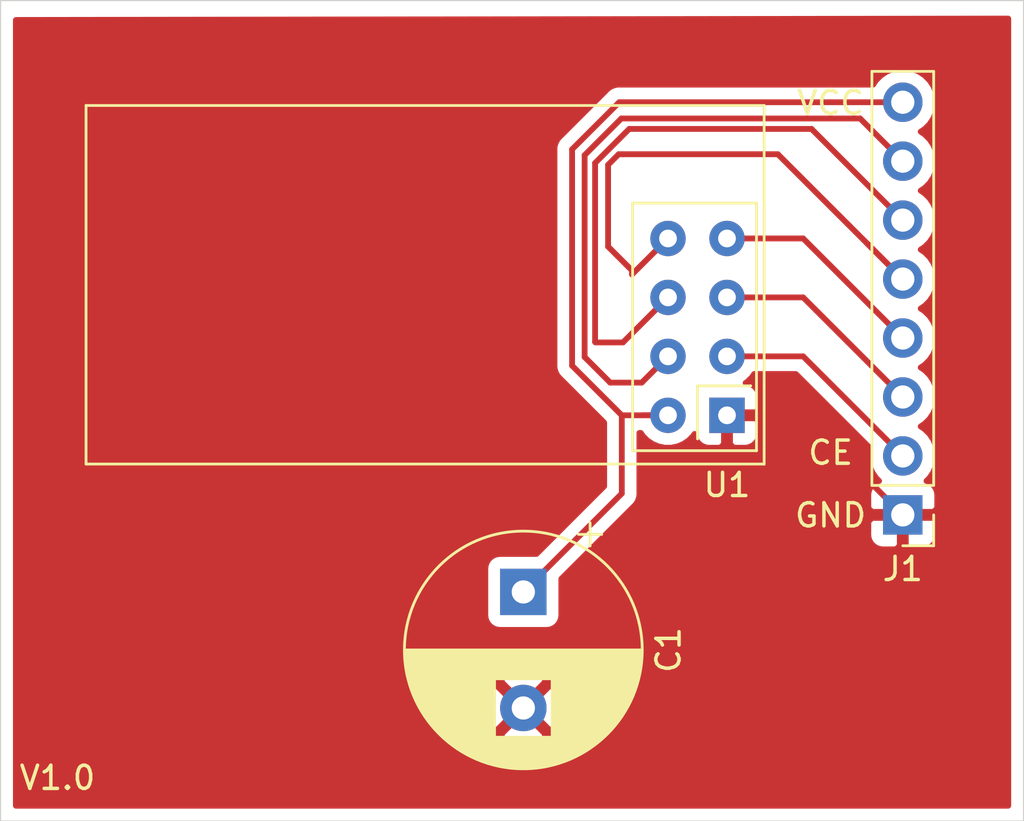
<source format=kicad_pcb>
(kicad_pcb (version 20171130) (host pcbnew 5.1.9+dfsg1-1)

  (general
    (thickness 1.6)
    (drawings 8)
    (tracks 41)
    (zones 0)
    (modules 3)
    (nets 9)
  )

  (page A4)
  (title_block
    (title "NRF24 Breakout")
  )

  (layers
    (0 F.Cu signal)
    (31 B.Cu signal)
    (32 B.Adhes user)
    (33 F.Adhes user)
    (34 B.Paste user)
    (35 F.Paste user)
    (36 B.SilkS user)
    (37 F.SilkS user)
    (38 B.Mask user)
    (39 F.Mask user)
    (40 Dwgs.User user)
    (41 Cmts.User user)
    (42 Eco1.User user)
    (43 Eco2.User user)
    (44 Edge.Cuts user)
    (45 Margin user)
    (46 B.CrtYd user)
    (47 F.CrtYd user)
    (48 B.Fab user)
    (49 F.Fab user)
  )

  (setup
    (last_trace_width 0.25)
    (trace_clearance 0.2)
    (zone_clearance 0.508)
    (zone_45_only no)
    (trace_min 0.2)
    (via_size 0.8)
    (via_drill 0.4)
    (via_min_size 0.4)
    (via_min_drill 0.3)
    (uvia_size 0.3)
    (uvia_drill 0.1)
    (uvias_allowed no)
    (uvia_min_size 0.2)
    (uvia_min_drill 0.1)
    (edge_width 0.05)
    (segment_width 0.2)
    (pcb_text_width 0.3)
    (pcb_text_size 1.5 1.5)
    (mod_edge_width 0.12)
    (mod_text_size 1 1)
    (mod_text_width 0.15)
    (pad_size 1.524 1.524)
    (pad_drill 0.762)
    (pad_to_mask_clearance 0)
    (aux_axis_origin 0 0)
    (visible_elements FFFFFF7F)
    (pcbplotparams
      (layerselection 0x010fc_ffffffff)
      (usegerberextensions false)
      (usegerberattributes true)
      (usegerberadvancedattributes true)
      (creategerberjobfile true)
      (excludeedgelayer true)
      (linewidth 0.100000)
      (plotframeref false)
      (viasonmask false)
      (mode 1)
      (useauxorigin false)
      (hpglpennumber 1)
      (hpglpenspeed 20)
      (hpglpendiameter 15.000000)
      (psnegative false)
      (psa4output false)
      (plotreference true)
      (plotvalue true)
      (plotinvisibletext false)
      (padsonsilk false)
      (subtractmaskfromsilk false)
      (outputformat 1)
      (mirror false)
      (drillshape 1)
      (scaleselection 1)
      (outputdirectory ""))
  )

  (net 0 "")
  (net 1 "Net-(J1-Pad7)")
  (net 2 "Net-(J1-Pad6)")
  (net 3 "Net-(J1-Pad5)")
  (net 4 "Net-(J1-Pad4)")
  (net 5 "Net-(J1-Pad3)")
  (net 6 "Net-(J1-Pad2)")
  (net 7 GND)
  (net 8 VCC)

  (net_class Default "This is the default net class."
    (clearance 0.2)
    (trace_width 0.25)
    (via_dia 0.8)
    (via_drill 0.4)
    (uvia_dia 0.3)
    (uvia_drill 0.1)
    (add_net GND)
    (add_net "Net-(J1-Pad2)")
    (add_net "Net-(J1-Pad3)")
    (add_net "Net-(J1-Pad4)")
    (add_net "Net-(J1-Pad5)")
    (add_net "Net-(J1-Pad6)")
    (add_net "Net-(J1-Pad7)")
    (add_net VCC)
  )

  (module Capacitor_THT:CP_Radial_D10.0mm_P5.00mm (layer F.Cu) (tedit 5AE50EF1) (tstamp 614E9ABD)
    (at 157.45 106.73 270)
    (descr "CP, Radial series, Radial, pin pitch=5.00mm, , diameter=10mm, Electrolytic Capacitor")
    (tags "CP Radial series Radial pin pitch 5.00mm  diameter 10mm Electrolytic Capacitor")
    (path /614F575A)
    (fp_text reference C1 (at 2.5 -6.25 90) (layer F.SilkS)
      (effects (font (size 1 1) (thickness 0.15)))
    )
    (fp_text value CP1 (at 2.5 6.25 90) (layer F.Fab)
      (effects (font (size 1 1) (thickness 0.15)))
    )
    (fp_circle (center 2.5 0) (end 7.5 0) (layer F.Fab) (width 0.1))
    (fp_circle (center 2.5 0) (end 7.62 0) (layer F.SilkS) (width 0.12))
    (fp_circle (center 2.5 0) (end 7.75 0) (layer F.CrtYd) (width 0.05))
    (fp_line (start -1.788861 -2.1875) (end -0.788861 -2.1875) (layer F.Fab) (width 0.1))
    (fp_line (start -1.288861 -2.6875) (end -1.288861 -1.6875) (layer F.Fab) (width 0.1))
    (fp_line (start 2.5 -5.08) (end 2.5 5.08) (layer F.SilkS) (width 0.12))
    (fp_line (start 2.54 -5.08) (end 2.54 5.08) (layer F.SilkS) (width 0.12))
    (fp_line (start 2.58 -5.08) (end 2.58 5.08) (layer F.SilkS) (width 0.12))
    (fp_line (start 2.62 -5.079) (end 2.62 5.079) (layer F.SilkS) (width 0.12))
    (fp_line (start 2.66 -5.078) (end 2.66 5.078) (layer F.SilkS) (width 0.12))
    (fp_line (start 2.7 -5.077) (end 2.7 5.077) (layer F.SilkS) (width 0.12))
    (fp_line (start 2.74 -5.075) (end 2.74 5.075) (layer F.SilkS) (width 0.12))
    (fp_line (start 2.78 -5.073) (end 2.78 5.073) (layer F.SilkS) (width 0.12))
    (fp_line (start 2.82 -5.07) (end 2.82 5.07) (layer F.SilkS) (width 0.12))
    (fp_line (start 2.86 -5.068) (end 2.86 5.068) (layer F.SilkS) (width 0.12))
    (fp_line (start 2.9 -5.065) (end 2.9 5.065) (layer F.SilkS) (width 0.12))
    (fp_line (start 2.94 -5.062) (end 2.94 5.062) (layer F.SilkS) (width 0.12))
    (fp_line (start 2.98 -5.058) (end 2.98 5.058) (layer F.SilkS) (width 0.12))
    (fp_line (start 3.02 -5.054) (end 3.02 5.054) (layer F.SilkS) (width 0.12))
    (fp_line (start 3.06 -5.05) (end 3.06 5.05) (layer F.SilkS) (width 0.12))
    (fp_line (start 3.1 -5.045) (end 3.1 5.045) (layer F.SilkS) (width 0.12))
    (fp_line (start 3.14 -5.04) (end 3.14 5.04) (layer F.SilkS) (width 0.12))
    (fp_line (start 3.18 -5.035) (end 3.18 5.035) (layer F.SilkS) (width 0.12))
    (fp_line (start 3.221 -5.03) (end 3.221 5.03) (layer F.SilkS) (width 0.12))
    (fp_line (start 3.261 -5.024) (end 3.261 5.024) (layer F.SilkS) (width 0.12))
    (fp_line (start 3.301 -5.018) (end 3.301 5.018) (layer F.SilkS) (width 0.12))
    (fp_line (start 3.341 -5.011) (end 3.341 5.011) (layer F.SilkS) (width 0.12))
    (fp_line (start 3.381 -5.004) (end 3.381 5.004) (layer F.SilkS) (width 0.12))
    (fp_line (start 3.421 -4.997) (end 3.421 4.997) (layer F.SilkS) (width 0.12))
    (fp_line (start 3.461 -4.99) (end 3.461 4.99) (layer F.SilkS) (width 0.12))
    (fp_line (start 3.501 -4.982) (end 3.501 4.982) (layer F.SilkS) (width 0.12))
    (fp_line (start 3.541 -4.974) (end 3.541 4.974) (layer F.SilkS) (width 0.12))
    (fp_line (start 3.581 -4.965) (end 3.581 4.965) (layer F.SilkS) (width 0.12))
    (fp_line (start 3.621 -4.956) (end 3.621 4.956) (layer F.SilkS) (width 0.12))
    (fp_line (start 3.661 -4.947) (end 3.661 4.947) (layer F.SilkS) (width 0.12))
    (fp_line (start 3.701 -4.938) (end 3.701 4.938) (layer F.SilkS) (width 0.12))
    (fp_line (start 3.741 -4.928) (end 3.741 4.928) (layer F.SilkS) (width 0.12))
    (fp_line (start 3.781 -4.918) (end 3.781 -1.241) (layer F.SilkS) (width 0.12))
    (fp_line (start 3.781 1.241) (end 3.781 4.918) (layer F.SilkS) (width 0.12))
    (fp_line (start 3.821 -4.907) (end 3.821 -1.241) (layer F.SilkS) (width 0.12))
    (fp_line (start 3.821 1.241) (end 3.821 4.907) (layer F.SilkS) (width 0.12))
    (fp_line (start 3.861 -4.897) (end 3.861 -1.241) (layer F.SilkS) (width 0.12))
    (fp_line (start 3.861 1.241) (end 3.861 4.897) (layer F.SilkS) (width 0.12))
    (fp_line (start 3.901 -4.885) (end 3.901 -1.241) (layer F.SilkS) (width 0.12))
    (fp_line (start 3.901 1.241) (end 3.901 4.885) (layer F.SilkS) (width 0.12))
    (fp_line (start 3.941 -4.874) (end 3.941 -1.241) (layer F.SilkS) (width 0.12))
    (fp_line (start 3.941 1.241) (end 3.941 4.874) (layer F.SilkS) (width 0.12))
    (fp_line (start 3.981 -4.862) (end 3.981 -1.241) (layer F.SilkS) (width 0.12))
    (fp_line (start 3.981 1.241) (end 3.981 4.862) (layer F.SilkS) (width 0.12))
    (fp_line (start 4.021 -4.85) (end 4.021 -1.241) (layer F.SilkS) (width 0.12))
    (fp_line (start 4.021 1.241) (end 4.021 4.85) (layer F.SilkS) (width 0.12))
    (fp_line (start 4.061 -4.837) (end 4.061 -1.241) (layer F.SilkS) (width 0.12))
    (fp_line (start 4.061 1.241) (end 4.061 4.837) (layer F.SilkS) (width 0.12))
    (fp_line (start 4.101 -4.824) (end 4.101 -1.241) (layer F.SilkS) (width 0.12))
    (fp_line (start 4.101 1.241) (end 4.101 4.824) (layer F.SilkS) (width 0.12))
    (fp_line (start 4.141 -4.811) (end 4.141 -1.241) (layer F.SilkS) (width 0.12))
    (fp_line (start 4.141 1.241) (end 4.141 4.811) (layer F.SilkS) (width 0.12))
    (fp_line (start 4.181 -4.797) (end 4.181 -1.241) (layer F.SilkS) (width 0.12))
    (fp_line (start 4.181 1.241) (end 4.181 4.797) (layer F.SilkS) (width 0.12))
    (fp_line (start 4.221 -4.783) (end 4.221 -1.241) (layer F.SilkS) (width 0.12))
    (fp_line (start 4.221 1.241) (end 4.221 4.783) (layer F.SilkS) (width 0.12))
    (fp_line (start 4.261 -4.768) (end 4.261 -1.241) (layer F.SilkS) (width 0.12))
    (fp_line (start 4.261 1.241) (end 4.261 4.768) (layer F.SilkS) (width 0.12))
    (fp_line (start 4.301 -4.754) (end 4.301 -1.241) (layer F.SilkS) (width 0.12))
    (fp_line (start 4.301 1.241) (end 4.301 4.754) (layer F.SilkS) (width 0.12))
    (fp_line (start 4.341 -4.738) (end 4.341 -1.241) (layer F.SilkS) (width 0.12))
    (fp_line (start 4.341 1.241) (end 4.341 4.738) (layer F.SilkS) (width 0.12))
    (fp_line (start 4.381 -4.723) (end 4.381 -1.241) (layer F.SilkS) (width 0.12))
    (fp_line (start 4.381 1.241) (end 4.381 4.723) (layer F.SilkS) (width 0.12))
    (fp_line (start 4.421 -4.707) (end 4.421 -1.241) (layer F.SilkS) (width 0.12))
    (fp_line (start 4.421 1.241) (end 4.421 4.707) (layer F.SilkS) (width 0.12))
    (fp_line (start 4.461 -4.69) (end 4.461 -1.241) (layer F.SilkS) (width 0.12))
    (fp_line (start 4.461 1.241) (end 4.461 4.69) (layer F.SilkS) (width 0.12))
    (fp_line (start 4.501 -4.674) (end 4.501 -1.241) (layer F.SilkS) (width 0.12))
    (fp_line (start 4.501 1.241) (end 4.501 4.674) (layer F.SilkS) (width 0.12))
    (fp_line (start 4.541 -4.657) (end 4.541 -1.241) (layer F.SilkS) (width 0.12))
    (fp_line (start 4.541 1.241) (end 4.541 4.657) (layer F.SilkS) (width 0.12))
    (fp_line (start 4.581 -4.639) (end 4.581 -1.241) (layer F.SilkS) (width 0.12))
    (fp_line (start 4.581 1.241) (end 4.581 4.639) (layer F.SilkS) (width 0.12))
    (fp_line (start 4.621 -4.621) (end 4.621 -1.241) (layer F.SilkS) (width 0.12))
    (fp_line (start 4.621 1.241) (end 4.621 4.621) (layer F.SilkS) (width 0.12))
    (fp_line (start 4.661 -4.603) (end 4.661 -1.241) (layer F.SilkS) (width 0.12))
    (fp_line (start 4.661 1.241) (end 4.661 4.603) (layer F.SilkS) (width 0.12))
    (fp_line (start 4.701 -4.584) (end 4.701 -1.241) (layer F.SilkS) (width 0.12))
    (fp_line (start 4.701 1.241) (end 4.701 4.584) (layer F.SilkS) (width 0.12))
    (fp_line (start 4.741 -4.564) (end 4.741 -1.241) (layer F.SilkS) (width 0.12))
    (fp_line (start 4.741 1.241) (end 4.741 4.564) (layer F.SilkS) (width 0.12))
    (fp_line (start 4.781 -4.545) (end 4.781 -1.241) (layer F.SilkS) (width 0.12))
    (fp_line (start 4.781 1.241) (end 4.781 4.545) (layer F.SilkS) (width 0.12))
    (fp_line (start 4.821 -4.525) (end 4.821 -1.241) (layer F.SilkS) (width 0.12))
    (fp_line (start 4.821 1.241) (end 4.821 4.525) (layer F.SilkS) (width 0.12))
    (fp_line (start 4.861 -4.504) (end 4.861 -1.241) (layer F.SilkS) (width 0.12))
    (fp_line (start 4.861 1.241) (end 4.861 4.504) (layer F.SilkS) (width 0.12))
    (fp_line (start 4.901 -4.483) (end 4.901 -1.241) (layer F.SilkS) (width 0.12))
    (fp_line (start 4.901 1.241) (end 4.901 4.483) (layer F.SilkS) (width 0.12))
    (fp_line (start 4.941 -4.462) (end 4.941 -1.241) (layer F.SilkS) (width 0.12))
    (fp_line (start 4.941 1.241) (end 4.941 4.462) (layer F.SilkS) (width 0.12))
    (fp_line (start 4.981 -4.44) (end 4.981 -1.241) (layer F.SilkS) (width 0.12))
    (fp_line (start 4.981 1.241) (end 4.981 4.44) (layer F.SilkS) (width 0.12))
    (fp_line (start 5.021 -4.417) (end 5.021 -1.241) (layer F.SilkS) (width 0.12))
    (fp_line (start 5.021 1.241) (end 5.021 4.417) (layer F.SilkS) (width 0.12))
    (fp_line (start 5.061 -4.395) (end 5.061 -1.241) (layer F.SilkS) (width 0.12))
    (fp_line (start 5.061 1.241) (end 5.061 4.395) (layer F.SilkS) (width 0.12))
    (fp_line (start 5.101 -4.371) (end 5.101 -1.241) (layer F.SilkS) (width 0.12))
    (fp_line (start 5.101 1.241) (end 5.101 4.371) (layer F.SilkS) (width 0.12))
    (fp_line (start 5.141 -4.347) (end 5.141 -1.241) (layer F.SilkS) (width 0.12))
    (fp_line (start 5.141 1.241) (end 5.141 4.347) (layer F.SilkS) (width 0.12))
    (fp_line (start 5.181 -4.323) (end 5.181 -1.241) (layer F.SilkS) (width 0.12))
    (fp_line (start 5.181 1.241) (end 5.181 4.323) (layer F.SilkS) (width 0.12))
    (fp_line (start 5.221 -4.298) (end 5.221 -1.241) (layer F.SilkS) (width 0.12))
    (fp_line (start 5.221 1.241) (end 5.221 4.298) (layer F.SilkS) (width 0.12))
    (fp_line (start 5.261 -4.273) (end 5.261 -1.241) (layer F.SilkS) (width 0.12))
    (fp_line (start 5.261 1.241) (end 5.261 4.273) (layer F.SilkS) (width 0.12))
    (fp_line (start 5.301 -4.247) (end 5.301 -1.241) (layer F.SilkS) (width 0.12))
    (fp_line (start 5.301 1.241) (end 5.301 4.247) (layer F.SilkS) (width 0.12))
    (fp_line (start 5.341 -4.221) (end 5.341 -1.241) (layer F.SilkS) (width 0.12))
    (fp_line (start 5.341 1.241) (end 5.341 4.221) (layer F.SilkS) (width 0.12))
    (fp_line (start 5.381 -4.194) (end 5.381 -1.241) (layer F.SilkS) (width 0.12))
    (fp_line (start 5.381 1.241) (end 5.381 4.194) (layer F.SilkS) (width 0.12))
    (fp_line (start 5.421 -4.166) (end 5.421 -1.241) (layer F.SilkS) (width 0.12))
    (fp_line (start 5.421 1.241) (end 5.421 4.166) (layer F.SilkS) (width 0.12))
    (fp_line (start 5.461 -4.138) (end 5.461 -1.241) (layer F.SilkS) (width 0.12))
    (fp_line (start 5.461 1.241) (end 5.461 4.138) (layer F.SilkS) (width 0.12))
    (fp_line (start 5.501 -4.11) (end 5.501 -1.241) (layer F.SilkS) (width 0.12))
    (fp_line (start 5.501 1.241) (end 5.501 4.11) (layer F.SilkS) (width 0.12))
    (fp_line (start 5.541 -4.08) (end 5.541 -1.241) (layer F.SilkS) (width 0.12))
    (fp_line (start 5.541 1.241) (end 5.541 4.08) (layer F.SilkS) (width 0.12))
    (fp_line (start 5.581 -4.05) (end 5.581 -1.241) (layer F.SilkS) (width 0.12))
    (fp_line (start 5.581 1.241) (end 5.581 4.05) (layer F.SilkS) (width 0.12))
    (fp_line (start 5.621 -4.02) (end 5.621 -1.241) (layer F.SilkS) (width 0.12))
    (fp_line (start 5.621 1.241) (end 5.621 4.02) (layer F.SilkS) (width 0.12))
    (fp_line (start 5.661 -3.989) (end 5.661 -1.241) (layer F.SilkS) (width 0.12))
    (fp_line (start 5.661 1.241) (end 5.661 3.989) (layer F.SilkS) (width 0.12))
    (fp_line (start 5.701 -3.957) (end 5.701 -1.241) (layer F.SilkS) (width 0.12))
    (fp_line (start 5.701 1.241) (end 5.701 3.957) (layer F.SilkS) (width 0.12))
    (fp_line (start 5.741 -3.925) (end 5.741 -1.241) (layer F.SilkS) (width 0.12))
    (fp_line (start 5.741 1.241) (end 5.741 3.925) (layer F.SilkS) (width 0.12))
    (fp_line (start 5.781 -3.892) (end 5.781 -1.241) (layer F.SilkS) (width 0.12))
    (fp_line (start 5.781 1.241) (end 5.781 3.892) (layer F.SilkS) (width 0.12))
    (fp_line (start 5.821 -3.858) (end 5.821 -1.241) (layer F.SilkS) (width 0.12))
    (fp_line (start 5.821 1.241) (end 5.821 3.858) (layer F.SilkS) (width 0.12))
    (fp_line (start 5.861 -3.824) (end 5.861 -1.241) (layer F.SilkS) (width 0.12))
    (fp_line (start 5.861 1.241) (end 5.861 3.824) (layer F.SilkS) (width 0.12))
    (fp_line (start 5.901 -3.789) (end 5.901 -1.241) (layer F.SilkS) (width 0.12))
    (fp_line (start 5.901 1.241) (end 5.901 3.789) (layer F.SilkS) (width 0.12))
    (fp_line (start 5.941 -3.753) (end 5.941 -1.241) (layer F.SilkS) (width 0.12))
    (fp_line (start 5.941 1.241) (end 5.941 3.753) (layer F.SilkS) (width 0.12))
    (fp_line (start 5.981 -3.716) (end 5.981 -1.241) (layer F.SilkS) (width 0.12))
    (fp_line (start 5.981 1.241) (end 5.981 3.716) (layer F.SilkS) (width 0.12))
    (fp_line (start 6.021 -3.679) (end 6.021 -1.241) (layer F.SilkS) (width 0.12))
    (fp_line (start 6.021 1.241) (end 6.021 3.679) (layer F.SilkS) (width 0.12))
    (fp_line (start 6.061 -3.64) (end 6.061 -1.241) (layer F.SilkS) (width 0.12))
    (fp_line (start 6.061 1.241) (end 6.061 3.64) (layer F.SilkS) (width 0.12))
    (fp_line (start 6.101 -3.601) (end 6.101 -1.241) (layer F.SilkS) (width 0.12))
    (fp_line (start 6.101 1.241) (end 6.101 3.601) (layer F.SilkS) (width 0.12))
    (fp_line (start 6.141 -3.561) (end 6.141 -1.241) (layer F.SilkS) (width 0.12))
    (fp_line (start 6.141 1.241) (end 6.141 3.561) (layer F.SilkS) (width 0.12))
    (fp_line (start 6.181 -3.52) (end 6.181 -1.241) (layer F.SilkS) (width 0.12))
    (fp_line (start 6.181 1.241) (end 6.181 3.52) (layer F.SilkS) (width 0.12))
    (fp_line (start 6.221 -3.478) (end 6.221 -1.241) (layer F.SilkS) (width 0.12))
    (fp_line (start 6.221 1.241) (end 6.221 3.478) (layer F.SilkS) (width 0.12))
    (fp_line (start 6.261 -3.436) (end 6.261 3.436) (layer F.SilkS) (width 0.12))
    (fp_line (start 6.301 -3.392) (end 6.301 3.392) (layer F.SilkS) (width 0.12))
    (fp_line (start 6.341 -3.347) (end 6.341 3.347) (layer F.SilkS) (width 0.12))
    (fp_line (start 6.381 -3.301) (end 6.381 3.301) (layer F.SilkS) (width 0.12))
    (fp_line (start 6.421 -3.254) (end 6.421 3.254) (layer F.SilkS) (width 0.12))
    (fp_line (start 6.461 -3.206) (end 6.461 3.206) (layer F.SilkS) (width 0.12))
    (fp_line (start 6.501 -3.156) (end 6.501 3.156) (layer F.SilkS) (width 0.12))
    (fp_line (start 6.541 -3.106) (end 6.541 3.106) (layer F.SilkS) (width 0.12))
    (fp_line (start 6.581 -3.054) (end 6.581 3.054) (layer F.SilkS) (width 0.12))
    (fp_line (start 6.621 -3) (end 6.621 3) (layer F.SilkS) (width 0.12))
    (fp_line (start 6.661 -2.945) (end 6.661 2.945) (layer F.SilkS) (width 0.12))
    (fp_line (start 6.701 -2.889) (end 6.701 2.889) (layer F.SilkS) (width 0.12))
    (fp_line (start 6.741 -2.83) (end 6.741 2.83) (layer F.SilkS) (width 0.12))
    (fp_line (start 6.781 -2.77) (end 6.781 2.77) (layer F.SilkS) (width 0.12))
    (fp_line (start 6.821 -2.709) (end 6.821 2.709) (layer F.SilkS) (width 0.12))
    (fp_line (start 6.861 -2.645) (end 6.861 2.645) (layer F.SilkS) (width 0.12))
    (fp_line (start 6.901 -2.579) (end 6.901 2.579) (layer F.SilkS) (width 0.12))
    (fp_line (start 6.941 -2.51) (end 6.941 2.51) (layer F.SilkS) (width 0.12))
    (fp_line (start 6.981 -2.439) (end 6.981 2.439) (layer F.SilkS) (width 0.12))
    (fp_line (start 7.021 -2.365) (end 7.021 2.365) (layer F.SilkS) (width 0.12))
    (fp_line (start 7.061 -2.289) (end 7.061 2.289) (layer F.SilkS) (width 0.12))
    (fp_line (start 7.101 -2.209) (end 7.101 2.209) (layer F.SilkS) (width 0.12))
    (fp_line (start 7.141 -2.125) (end 7.141 2.125) (layer F.SilkS) (width 0.12))
    (fp_line (start 7.181 -2.037) (end 7.181 2.037) (layer F.SilkS) (width 0.12))
    (fp_line (start 7.221 -1.944) (end 7.221 1.944) (layer F.SilkS) (width 0.12))
    (fp_line (start 7.261 -1.846) (end 7.261 1.846) (layer F.SilkS) (width 0.12))
    (fp_line (start 7.301 -1.742) (end 7.301 1.742) (layer F.SilkS) (width 0.12))
    (fp_line (start 7.341 -1.63) (end 7.341 1.63) (layer F.SilkS) (width 0.12))
    (fp_line (start 7.381 -1.51) (end 7.381 1.51) (layer F.SilkS) (width 0.12))
    (fp_line (start 7.421 -1.378) (end 7.421 1.378) (layer F.SilkS) (width 0.12))
    (fp_line (start 7.461 -1.23) (end 7.461 1.23) (layer F.SilkS) (width 0.12))
    (fp_line (start 7.501 -1.062) (end 7.501 1.062) (layer F.SilkS) (width 0.12))
    (fp_line (start 7.541 -0.862) (end 7.541 0.862) (layer F.SilkS) (width 0.12))
    (fp_line (start 7.581 -0.599) (end 7.581 0.599) (layer F.SilkS) (width 0.12))
    (fp_line (start -2.979646 -2.875) (end -1.979646 -2.875) (layer F.SilkS) (width 0.12))
    (fp_line (start -2.479646 -3.375) (end -2.479646 -2.375) (layer F.SilkS) (width 0.12))
    (fp_text user %R (at 2.5 0 90) (layer F.Fab)
      (effects (font (size 1 1) (thickness 0.15)))
    )
    (pad 2 thru_hole circle (at 5 0 270) (size 2 2) (drill 1) (layers *.Cu *.Mask)
      (net 7 GND))
    (pad 1 thru_hole rect (at 0 0 270) (size 2 2) (drill 1) (layers *.Cu *.Mask)
      (net 8 VCC))
    (model ${KISYS3DMOD}/Capacitor_THT.3dshapes/CP_Radial_D10.0mm_P5.00mm.wrl
      (at (xyz 0 0 0))
      (scale (xyz 1 1 1))
      (rotate (xyz 0 0 0))
    )
  )

  (module RF_Module:nRF24L01_Breakout (layer F.Cu) (tedit 5A056C61) (tstamp 614DB570)
    (at 166.22 99.12 180)
    (descr "nRF24L01 breakout board")
    (tags "nRF24L01 adapter breakout")
    (path /614D908C)
    (fp_text reference U1 (at 0 -3) (layer F.SilkS)
      (effects (font (size 1 1) (thickness 0.15)))
    )
    (fp_text value NRF24L01_Breakout (at 13 5) (layer F.Fab)
      (effects (font (size 1 1) (thickness 0.15)))
    )
    (fp_line (start 27.75 -2.25) (end 27.75 -2.25) (layer F.CrtYd) (width 0.05))
    (fp_line (start 27.75 13.5) (end 27.75 -2.25) (layer F.CrtYd) (width 0.05))
    (fp_line (start -1.75 13.5) (end 27.75 13.5) (layer F.CrtYd) (width 0.05))
    (fp_line (start -1.75 -2.25) (end -1.75 13.5) (layer F.CrtYd) (width 0.05))
    (fp_line (start 27.75 -2.25) (end -1.75 -2.25) (layer F.CrtYd) (width 0.05))
    (fp_line (start -1.27 -1.524) (end -1.27 -1.524) (layer F.SilkS) (width 0.12))
    (fp_line (start -1.27 9.144) (end -1.27 -1.524) (layer F.SilkS) (width 0.12))
    (fp_line (start -1.6 -2.1) (end -1.6 -2.1) (layer F.SilkS) (width 0.12))
    (fp_line (start -1.6 13.35) (end -1.6 -2.1) (layer F.SilkS) (width 0.12))
    (fp_line (start 27.6 13.35) (end -1.6 13.35) (layer F.SilkS) (width 0.12))
    (fp_line (start 27.6 -2.1) (end 27.6 13.35) (layer F.SilkS) (width 0.12))
    (fp_line (start -1.6 -2.1) (end 27.6 -2.1) (layer F.SilkS) (width 0.12))
    (fp_line (start -1.016 1.27) (end -1.016 1.27) (layer F.SilkS) (width 0.12))
    (fp_line (start 1.27 1.27) (end -1.016 1.27) (layer F.SilkS) (width 0.12))
    (fp_line (start 1.27 -1.016) (end 1.27 1.27) (layer F.SilkS) (width 0.12))
    (fp_line (start -1.27 9.144) (end -1.27 9.144) (layer F.SilkS) (width 0.12))
    (fp_line (start 4.064 9.144) (end -1.27 9.144) (layer F.SilkS) (width 0.12))
    (fp_line (start 4.064 -1.524) (end 4.064 9.144) (layer F.SilkS) (width 0.12))
    (fp_line (start -1.27 -1.524) (end 4.064 -1.524) (layer F.SilkS) (width 0.12))
    (fp_line (start -1.27 -1.27) (end -1.27 -1.27) (layer F.Fab) (width 0.1))
    (fp_line (start -1.27 8.89) (end -1.27 -1.27) (layer F.Fab) (width 0.1))
    (fp_line (start 3.81 8.89) (end -1.27 8.89) (layer F.Fab) (width 0.1))
    (fp_line (start 3.81 -1.27) (end 3.81 8.89) (layer F.Fab) (width 0.1))
    (fp_line (start -1.27 -1.27) (end 3.81 -1.27) (layer F.Fab) (width 0.1))
    (fp_line (start -1.5 -2) (end -1.5 -2) (layer F.Fab) (width 0.1))
    (fp_line (start -1.5 13.25) (end -1.5 -2) (layer F.Fab) (width 0.1))
    (fp_line (start 27.5 13.25) (end -1.5 13.25) (layer F.Fab) (width 0.1))
    (fp_line (start 27.5 -2) (end 27.5 13.25) (layer F.Fab) (width 0.1))
    (fp_line (start -1.5 -2) (end 27.5 -2) (layer F.Fab) (width 0.1))
    (fp_text user %R (at 12.5 2.5) (layer F.Fab)
      (effects (font (size 1 1) (thickness 0.15)))
    )
    (pad 8 thru_hole circle (at 2.54 7.62 180) (size 1.524 1.524) (drill 0.762) (layers *.Cu *.Mask)
      (net 3 "Net-(J1-Pad5)"))
    (pad 7 thru_hole circle (at 0 7.62 180) (size 1.524 1.524) (drill 0.762) (layers *.Cu *.Mask)
      (net 4 "Net-(J1-Pad4)"))
    (pad 6 thru_hole circle (at 2.54 5.08 180) (size 1.524 1.524) (drill 0.762) (layers *.Cu *.Mask)
      (net 2 "Net-(J1-Pad6)"))
    (pad 5 thru_hole circle (at 0 5.08 180) (size 1.524 1.524) (drill 0.762) (layers *.Cu *.Mask)
      (net 5 "Net-(J1-Pad3)"))
    (pad 4 thru_hole circle (at 2.54 2.54 180) (size 1.524 1.524) (drill 0.762) (layers *.Cu *.Mask)
      (net 1 "Net-(J1-Pad7)"))
    (pad 3 thru_hole circle (at 0 2.54 180) (size 1.524 1.524) (drill 0.762) (layers *.Cu *.Mask)
      (net 6 "Net-(J1-Pad2)"))
    (pad 2 thru_hole circle (at 2.54 0 180) (size 1.524 1.524) (drill 0.762) (layers *.Cu *.Mask)
      (net 8 VCC))
    (pad 1 thru_hole rect (at 0 0 180) (size 1.524 1.524) (drill 0.762) (layers *.Cu *.Mask)
      (net 7 GND))
    (model ${KISYS3DMOD}/RF_Module.3dshapes/nRF24L01_Breakout.wrl
      (at (xyz 0 0 0))
      (scale (xyz 1 1 1))
      (rotate (xyz 0 0 0))
    )
  )

  (module Connector_PinHeader_2.54mm:PinHeader_1x08_P2.54mm_Vertical (layer F.Cu) (tedit 59FED5CC) (tstamp 614E8090)
    (at 173.79 103.41 180)
    (descr "Through hole straight pin header, 1x08, 2.54mm pitch, single row")
    (tags "Through hole pin header THT 1x08 2.54mm single row")
    (path /6150FF10)
    (fp_text reference J1 (at 0 -2.33) (layer F.SilkS)
      (effects (font (size 1 1) (thickness 0.15)))
    )
    (fp_text value Conn_01x08 (at 0 20.11) (layer F.Fab)
      (effects (font (size 1 1) (thickness 0.15)))
    )
    (fp_line (start -0.635 -1.27) (end 1.27 -1.27) (layer F.Fab) (width 0.1))
    (fp_line (start 1.27 -1.27) (end 1.27 19.05) (layer F.Fab) (width 0.1))
    (fp_line (start 1.27 19.05) (end -1.27 19.05) (layer F.Fab) (width 0.1))
    (fp_line (start -1.27 19.05) (end -1.27 -0.635) (layer F.Fab) (width 0.1))
    (fp_line (start -1.27 -0.635) (end -0.635 -1.27) (layer F.Fab) (width 0.1))
    (fp_line (start -1.33 19.11) (end 1.33 19.11) (layer F.SilkS) (width 0.12))
    (fp_line (start -1.33 1.27) (end -1.33 19.11) (layer F.SilkS) (width 0.12))
    (fp_line (start 1.33 1.27) (end 1.33 19.11) (layer F.SilkS) (width 0.12))
    (fp_line (start -1.33 1.27) (end 1.33 1.27) (layer F.SilkS) (width 0.12))
    (fp_line (start -1.33 0) (end -1.33 -1.33) (layer F.SilkS) (width 0.12))
    (fp_line (start -1.33 -1.33) (end 0 -1.33) (layer F.SilkS) (width 0.12))
    (fp_line (start -1.8 -1.8) (end -1.8 19.55) (layer F.CrtYd) (width 0.05))
    (fp_line (start -1.8 19.55) (end 1.8 19.55) (layer F.CrtYd) (width 0.05))
    (fp_line (start 1.8 19.55) (end 1.8 -1.8) (layer F.CrtYd) (width 0.05))
    (fp_line (start 1.8 -1.8) (end -1.8 -1.8) (layer F.CrtYd) (width 0.05))
    (fp_text user %R (at 0 8.89 180) (layer F.Fab)
      (effects (font (size 1 1) (thickness 0.15)))
    )
    (pad 8 thru_hole oval (at 0 17.78 180) (size 1.7 1.7) (drill 1) (layers *.Cu *.Mask)
      (net 8 VCC))
    (pad 7 thru_hole oval (at 0 15.24 180) (size 1.7 1.7) (drill 1) (layers *.Cu *.Mask)
      (net 1 "Net-(J1-Pad7)"))
    (pad 6 thru_hole oval (at 0 12.7 180) (size 1.7 1.7) (drill 1) (layers *.Cu *.Mask)
      (net 2 "Net-(J1-Pad6)"))
    (pad 5 thru_hole oval (at 0 10.16 180) (size 1.7 1.7) (drill 1) (layers *.Cu *.Mask)
      (net 3 "Net-(J1-Pad5)"))
    (pad 4 thru_hole oval (at 0 7.62 180) (size 1.7 1.7) (drill 1) (layers *.Cu *.Mask)
      (net 4 "Net-(J1-Pad4)"))
    (pad 3 thru_hole oval (at 0 5.08 180) (size 1.7 1.7) (drill 1) (layers *.Cu *.Mask)
      (net 5 "Net-(J1-Pad3)"))
    (pad 2 thru_hole oval (at 0 2.54 180) (size 1.7 1.7) (drill 1) (layers *.Cu *.Mask)
      (net 6 "Net-(J1-Pad2)"))
    (pad 1 thru_hole rect (at 0 0 180) (size 1.7 1.7) (drill 1) (layers *.Cu *.Mask)
      (net 7 GND))
    (model ${KISYS3DMOD}/Connector_PinHeader_2.54mm.3dshapes/PinHeader_1x08_P2.54mm_Vertical.wrl
      (at (xyz 0 0 0))
      (scale (xyz 1 1 1))
      (rotate (xyz 0 0 0))
    )
  )

  (gr_text V1.0 (at 137.39 114.74) (layer F.SilkS)
    (effects (font (size 1 1) (thickness 0.15)))
  )
  (gr_text GND (at 170.68 103.43) (layer F.SilkS) (tstamp 614E93A9)
    (effects (font (size 1 1) (thickness 0.15)))
  )
  (gr_text CE (at 170.68 100.73) (layer F.SilkS) (tstamp 614E93A9)
    (effects (font (size 1 1) (thickness 0.15)))
  )
  (gr_text VCC (at 170.68 85.66) (layer F.SilkS)
    (effects (font (size 1 1) (thickness 0.15)))
  )
  (gr_line (start 178.99 81.25) (end 134.94 81.25) (layer Edge.Cuts) (width 0.05))
  (gr_line (start 178.99 116.6) (end 178.99 81.25) (layer Edge.Cuts) (width 0.05))
  (gr_line (start 134.94 116.6) (end 178.99 116.6) (layer Edge.Cuts) (width 0.05))
  (gr_line (start 134.94 81.25) (end 134.94 116.6) (layer Edge.Cuts) (width 0.05))

  (segment (start 163.68 96.58) (end 162.55 97.71) (width 0.25) (layer F.Cu) (net 1))
  (segment (start 162.55 97.71) (end 161.19 97.71) (width 0.25) (layer F.Cu) (net 1))
  (segment (start 161.19 97.71) (end 160.09 96.61) (width 0.25) (layer F.Cu) (net 1))
  (segment (start 160.09 96.61) (end 160.09 87.91) (width 0.25) (layer F.Cu) (net 1))
  (segment (start 171.95 86.33) (end 173.79 88.17) (width 0.25) (layer F.Cu) (net 1))
  (segment (start 161.67 86.33) (end 171.95 86.33) (width 0.25) (layer F.Cu) (net 1))
  (segment (start 160.09 87.91) (end 161.67 86.33) (width 0.25) (layer F.Cu) (net 1))
  (segment (start 163.68 94.04) (end 161.74 95.98) (width 0.25) (layer F.Cu) (net 2))
  (segment (start 160.56 95.98) (end 160.54001 95.96001) (width 0.25) (layer F.Cu) (net 2))
  (segment (start 161.74 95.98) (end 160.56 95.98) (width 0.25) (layer F.Cu) (net 2))
  (segment (start 160.54001 88.24999) (end 162.00999 86.78001) (width 0.25) (layer F.Cu) (net 2))
  (segment (start 160.54001 95.96001) (end 160.54001 88.24999) (width 0.25) (layer F.Cu) (net 2))
  (segment (start 169.86001 86.78001) (end 173.79 90.71) (width 0.25) (layer F.Cu) (net 2))
  (segment (start 162.00999 86.78001) (end 169.86001 86.78001) (width 0.25) (layer F.Cu) (net 2))
  (segment (start 172.23 91.69) (end 173.79 93.25) (width 0.25) (layer F.Cu) (net 3))
  (segment (start 168.41 87.87) (end 173.79 93.25) (width 0.25) (layer F.Cu) (net 3))
  (segment (start 161.73 87.87) (end 168.41 87.87) (width 0.25) (layer F.Cu) (net 3))
  (segment (start 163.68 91.5) (end 162.13 93.05) (width 0.25) (layer F.Cu) (net 3))
  (segment (start 161.1 91.85) (end 161.1 88.32641) (width 0.25) (layer F.Cu) (net 3))
  (segment (start 162.13 92.88) (end 161.1 91.85) (width 0.25) (layer F.Cu) (net 3))
  (segment (start 162.13 93.05) (end 162.13 92.88) (width 0.25) (layer F.Cu) (net 3))
  (segment (start 161.55641 87.87) (end 161.73 87.87) (width 0.25) (layer F.Cu) (net 3))
  (segment (start 161.1 88.32641) (end 161.55641 87.87) (width 0.25) (layer F.Cu) (net 3))
  (segment (start 169.5 91.5) (end 173.79 95.79) (width 0.25) (layer F.Cu) (net 4))
  (segment (start 166.22 91.5) (end 169.5 91.5) (width 0.25) (layer F.Cu) (net 4))
  (segment (start 169.5 94.04) (end 173.79 98.33) (width 0.25) (layer F.Cu) (net 5))
  (segment (start 166.22 94.04) (end 169.5 94.04) (width 0.25) (layer F.Cu) (net 5))
  (segment (start 169.5 96.58) (end 173.79 100.87) (width 0.25) (layer F.Cu) (net 6))
  (segment (start 166.22 96.58) (end 169.5 96.58) (width 0.25) (layer F.Cu) (net 6))
  (segment (start 169.5 99.12) (end 173.79 103.41) (width 0.25) (layer F.Cu) (net 7))
  (segment (start 166.22 99.12) (end 169.5 99.12) (width 0.25) (layer F.Cu) (net 7))
  (segment (start 166.22 102.96) (end 157.45 111.73) (width 0.25) (layer F.Cu) (net 7))
  (segment (start 166.22 99.12) (end 166.22 102.96) (width 0.25) (layer F.Cu) (net 7))
  (segment (start 161.58 85.63) (end 173.79 85.63) (width 0.25) (layer F.Cu) (net 8))
  (segment (start 159.55 96.98) (end 159.55 87.66) (width 0.25) (layer F.Cu) (net 8))
  (segment (start 161.69 99.12) (end 159.55 96.98) (width 0.25) (layer F.Cu) (net 8))
  (segment (start 159.55 87.66) (end 161.58 85.63) (width 0.25) (layer F.Cu) (net 8))
  (segment (start 163.68 99.12) (end 162.57 99.12) (width 0.25) (layer F.Cu) (net 8))
  (segment (start 163.68 99.12) (end 161.69 99.12) (width 0.25) (layer F.Cu) (net 8))
  (segment (start 161.69 99.12) (end 161.69 102.49) (width 0.25) (layer F.Cu) (net 8))
  (segment (start 161.69 102.49) (end 157.45 106.73) (width 0.25) (layer F.Cu) (net 8))

  (zone (net 7) (net_name GND) (layer F.Cu) (tstamp 0) (hatch edge 0.508)
    (connect_pads (clearance 0.508))
    (min_thickness 0.254)
    (fill yes (arc_segments 32) (thermal_gap 0.508) (thermal_bridge_width 0.508))
    (polygon
      (pts
        (xy 178.61 116.44) (xy 135.29 116.44) (xy 135.29 81.96) (xy 178.61 81.9)
      )
    )
    (filled_polygon
      (pts
        (xy 178.33 115.94) (xy 135.6 115.94) (xy 135.6 112.865413) (xy 156.494192 112.865413) (xy 156.589956 113.129814)
        (xy 156.879571 113.270704) (xy 157.191108 113.352384) (xy 157.512595 113.371718) (xy 157.831675 113.327961) (xy 158.136088 113.222795)
        (xy 158.310044 113.129814) (xy 158.405808 112.865413) (xy 157.45 111.909605) (xy 156.494192 112.865413) (xy 135.6 112.865413)
        (xy 135.6 111.792595) (xy 155.808282 111.792595) (xy 155.852039 112.111675) (xy 155.957205 112.416088) (xy 156.050186 112.590044)
        (xy 156.314587 112.685808) (xy 157.270395 111.73) (xy 157.629605 111.73) (xy 158.585413 112.685808) (xy 158.849814 112.590044)
        (xy 158.990704 112.300429) (xy 159.072384 111.988892) (xy 159.091718 111.667405) (xy 159.047961 111.348325) (xy 158.942795 111.043912)
        (xy 158.849814 110.869956) (xy 158.585413 110.774192) (xy 157.629605 111.73) (xy 157.270395 111.73) (xy 156.314587 110.774192)
        (xy 156.050186 110.869956) (xy 155.909296 111.159571) (xy 155.827616 111.471108) (xy 155.808282 111.792595) (xy 135.6 111.792595)
        (xy 135.6 110.594587) (xy 156.494192 110.594587) (xy 157.45 111.550395) (xy 158.405808 110.594587) (xy 158.310044 110.330186)
        (xy 158.020429 110.189296) (xy 157.708892 110.107616) (xy 157.387405 110.088282) (xy 157.068325 110.132039) (xy 156.763912 110.237205)
        (xy 156.589956 110.330186) (xy 156.494192 110.594587) (xy 135.6 110.594587) (xy 135.6 105.73) (xy 155.811928 105.73)
        (xy 155.811928 107.73) (xy 155.824188 107.854482) (xy 155.860498 107.97418) (xy 155.919463 108.084494) (xy 155.998815 108.181185)
        (xy 156.095506 108.260537) (xy 156.20582 108.319502) (xy 156.325518 108.355812) (xy 156.45 108.368072) (xy 158.45 108.368072)
        (xy 158.574482 108.355812) (xy 158.69418 108.319502) (xy 158.804494 108.260537) (xy 158.901185 108.181185) (xy 158.980537 108.084494)
        (xy 159.039502 107.97418) (xy 159.075812 107.854482) (xy 159.088072 107.73) (xy 159.088072 106.166729) (xy 160.994801 104.26)
        (xy 172.301928 104.26) (xy 172.314188 104.384482) (xy 172.350498 104.50418) (xy 172.409463 104.614494) (xy 172.488815 104.711185)
        (xy 172.585506 104.790537) (xy 172.69582 104.849502) (xy 172.815518 104.885812) (xy 172.94 104.898072) (xy 173.50425 104.895)
        (xy 173.663 104.73625) (xy 173.663 103.537) (xy 173.917 103.537) (xy 173.917 104.73625) (xy 174.07575 104.895)
        (xy 174.64 104.898072) (xy 174.764482 104.885812) (xy 174.88418 104.849502) (xy 174.994494 104.790537) (xy 175.091185 104.711185)
        (xy 175.170537 104.614494) (xy 175.229502 104.50418) (xy 175.265812 104.384482) (xy 175.278072 104.26) (xy 175.275 103.69575)
        (xy 175.11625 103.537) (xy 173.917 103.537) (xy 173.663 103.537) (xy 172.46375 103.537) (xy 172.305 103.69575)
        (xy 172.301928 104.26) (xy 160.994801 104.26) (xy 162.201003 103.053799) (xy 162.230001 103.030001) (xy 162.324974 102.914276)
        (xy 162.395546 102.782247) (xy 162.439003 102.638986) (xy 162.45 102.527333) (xy 162.453677 102.49) (xy 162.45 102.452667)
        (xy 162.45 99.88) (xy 162.507659 99.88) (xy 162.59488 100.010535) (xy 162.789465 100.20512) (xy 163.018273 100.358005)
        (xy 163.27251 100.463314) (xy 163.542408 100.517) (xy 163.817592 100.517) (xy 164.08749 100.463314) (xy 164.341727 100.358005)
        (xy 164.570535 100.20512) (xy 164.76512 100.010535) (xy 164.82392 99.922535) (xy 164.832188 100.006482) (xy 164.868498 100.12618)
        (xy 164.927463 100.236494) (xy 165.006815 100.333185) (xy 165.103506 100.412537) (xy 165.21382 100.471502) (xy 165.333518 100.507812)
        (xy 165.458 100.520072) (xy 165.93425 100.517) (xy 166.093 100.35825) (xy 166.093 99.247) (xy 166.347 99.247)
        (xy 166.347 100.35825) (xy 166.50575 100.517) (xy 166.982 100.520072) (xy 167.106482 100.507812) (xy 167.22618 100.471502)
        (xy 167.336494 100.412537) (xy 167.433185 100.333185) (xy 167.512537 100.236494) (xy 167.571502 100.12618) (xy 167.607812 100.006482)
        (xy 167.620072 99.882) (xy 167.617 99.40575) (xy 167.45825 99.247) (xy 166.347 99.247) (xy 166.093 99.247)
        (xy 166.073 99.247) (xy 166.073 98.993) (xy 166.093 98.993) (xy 166.093 98.973) (xy 166.347 98.973)
        (xy 166.347 98.993) (xy 167.45825 98.993) (xy 167.617 98.83425) (xy 167.620072 98.358) (xy 167.607812 98.233518)
        (xy 167.571502 98.11382) (xy 167.512537 98.003506) (xy 167.433185 97.906815) (xy 167.336494 97.827463) (xy 167.22618 97.768498)
        (xy 167.106482 97.732188) (xy 167.022535 97.72392) (xy 167.110535 97.66512) (xy 167.30512 97.470535) (xy 167.392341 97.34)
        (xy 169.185199 97.34) (xy 172.34879 100.503592) (xy 172.305 100.72374) (xy 172.305 101.01626) (xy 172.362068 101.303158)
        (xy 172.47401 101.573411) (xy 172.636525 101.816632) (xy 172.76838 101.948487) (xy 172.69582 101.970498) (xy 172.585506 102.029463)
        (xy 172.488815 102.108815) (xy 172.409463 102.205506) (xy 172.350498 102.31582) (xy 172.314188 102.435518) (xy 172.301928 102.56)
        (xy 172.305 103.12425) (xy 172.46375 103.283) (xy 173.663 103.283) (xy 173.663 103.263) (xy 173.917 103.263)
        (xy 173.917 103.283) (xy 175.11625 103.283) (xy 175.275 103.12425) (xy 175.278072 102.56) (xy 175.265812 102.435518)
        (xy 175.229502 102.31582) (xy 175.170537 102.205506) (xy 175.091185 102.108815) (xy 174.994494 102.029463) (xy 174.88418 101.970498)
        (xy 174.81162 101.948487) (xy 174.943475 101.816632) (xy 175.10599 101.573411) (xy 175.217932 101.303158) (xy 175.275 101.01626)
        (xy 175.275 100.72374) (xy 175.217932 100.436842) (xy 175.10599 100.166589) (xy 174.943475 99.923368) (xy 174.736632 99.716525)
        (xy 174.56224 99.6) (xy 174.736632 99.483475) (xy 174.943475 99.276632) (xy 175.10599 99.033411) (xy 175.217932 98.763158)
        (xy 175.275 98.47626) (xy 175.275 98.18374) (xy 175.217932 97.896842) (xy 175.10599 97.626589) (xy 174.943475 97.383368)
        (xy 174.736632 97.176525) (xy 174.56224 97.06) (xy 174.736632 96.943475) (xy 174.943475 96.736632) (xy 175.10599 96.493411)
        (xy 175.217932 96.223158) (xy 175.275 95.93626) (xy 175.275 95.64374) (xy 175.217932 95.356842) (xy 175.10599 95.086589)
        (xy 174.943475 94.843368) (xy 174.736632 94.636525) (xy 174.56224 94.52) (xy 174.736632 94.403475) (xy 174.943475 94.196632)
        (xy 175.10599 93.953411) (xy 175.217932 93.683158) (xy 175.275 93.39626) (xy 175.275 93.10374) (xy 175.217932 92.816842)
        (xy 175.10599 92.546589) (xy 174.943475 92.303368) (xy 174.736632 92.096525) (xy 174.56224 91.98) (xy 174.736632 91.863475)
        (xy 174.943475 91.656632) (xy 175.10599 91.413411) (xy 175.217932 91.143158) (xy 175.275 90.85626) (xy 175.275 90.56374)
        (xy 175.217932 90.276842) (xy 175.10599 90.006589) (xy 174.943475 89.763368) (xy 174.736632 89.556525) (xy 174.56224 89.44)
        (xy 174.736632 89.323475) (xy 174.943475 89.116632) (xy 175.10599 88.873411) (xy 175.217932 88.603158) (xy 175.275 88.31626)
        (xy 175.275 88.02374) (xy 175.217932 87.736842) (xy 175.10599 87.466589) (xy 174.943475 87.223368) (xy 174.736632 87.016525)
        (xy 174.56224 86.9) (xy 174.736632 86.783475) (xy 174.943475 86.576632) (xy 175.10599 86.333411) (xy 175.217932 86.063158)
        (xy 175.275 85.77626) (xy 175.275 85.48374) (xy 175.217932 85.196842) (xy 175.10599 84.926589) (xy 174.943475 84.683368)
        (xy 174.736632 84.476525) (xy 174.493411 84.31401) (xy 174.223158 84.202068) (xy 173.93626 84.145) (xy 173.64374 84.145)
        (xy 173.356842 84.202068) (xy 173.086589 84.31401) (xy 172.843368 84.476525) (xy 172.636525 84.683368) (xy 172.511822 84.87)
        (xy 161.617333 84.87) (xy 161.58 84.866323) (xy 161.542667 84.87) (xy 161.431014 84.880997) (xy 161.287753 84.924454)
        (xy 161.155724 84.995026) (xy 161.039999 85.089999) (xy 161.016201 85.118997) (xy 159.038998 87.096201) (xy 159.01 87.119999)
        (xy 158.986202 87.148997) (xy 158.986201 87.148998) (xy 158.915026 87.235724) (xy 158.844454 87.367754) (xy 158.834977 87.398998)
        (xy 158.808721 87.485556) (xy 158.800998 87.511015) (xy 158.786324 87.66) (xy 158.790001 87.697332) (xy 158.79 96.942678)
        (xy 158.786324 96.98) (xy 158.79 97.017322) (xy 158.79 97.017332) (xy 158.800997 97.128985) (xy 158.836181 97.244974)
        (xy 158.844454 97.272246) (xy 158.915026 97.404276) (xy 158.954871 97.452826) (xy 159.009999 97.520001) (xy 159.039003 97.543804)
        (xy 160.93 99.434802) (xy 160.930001 102.175197) (xy 158.013271 105.091928) (xy 156.45 105.091928) (xy 156.325518 105.104188)
        (xy 156.20582 105.140498) (xy 156.095506 105.199463) (xy 155.998815 105.278815) (xy 155.919463 105.375506) (xy 155.860498 105.48582)
        (xy 155.824188 105.605518) (xy 155.811928 105.73) (xy 135.6 105.73) (xy 135.6 82.086571) (xy 178.330001 82.027388)
      )
    )
  )
)

</source>
